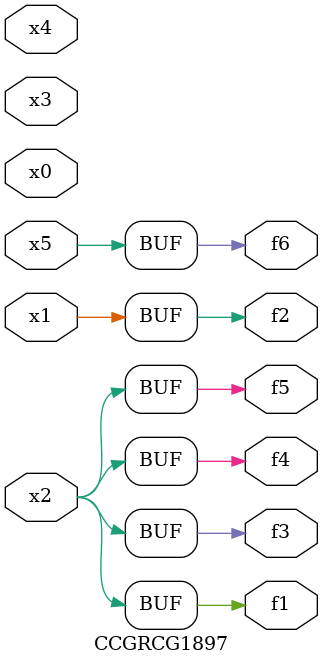
<source format=v>
module CCGRCG1897(
	input x0, x1, x2, x3, x4, x5,
	output f1, f2, f3, f4, f5, f6
);
	assign f1 = x2;
	assign f2 = x1;
	assign f3 = x2;
	assign f4 = x2;
	assign f5 = x2;
	assign f6 = x5;
endmodule

</source>
